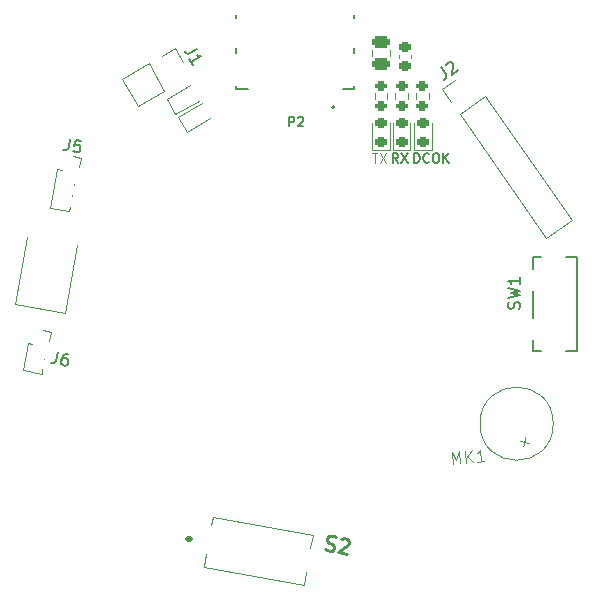
<source format=gto>
%TF.GenerationSoftware,KiCad,Pcbnew,9.0.0*%
%TF.CreationDate,2025-05-02T17:15:01+02:00*%
%TF.ProjectId,009_RGB Sound Control Light Bar Redesign_fraseross,3030395f-5247-4422-9053-6f756e642043,rev?*%
%TF.SameCoordinates,Original*%
%TF.FileFunction,Legend,Top*%
%TF.FilePolarity,Positive*%
%FSLAX46Y46*%
G04 Gerber Fmt 4.6, Leading zero omitted, Abs format (unit mm)*
G04 Created by KiCad (PCBNEW 9.0.0) date 2025-05-02 17:15:01*
%MOMM*%
%LPD*%
G01*
G04 APERTURE LIST*
G04 Aperture macros list*
%AMRoundRect*
0 Rectangle with rounded corners*
0 $1 Rounding radius*
0 $2 $3 $4 $5 $6 $7 $8 $9 X,Y pos of 4 corners*
0 Add a 4 corners polygon primitive as box body*
4,1,4,$2,$3,$4,$5,$6,$7,$8,$9,$2,$3,0*
0 Add four circle primitives for the rounded corners*
1,1,$1+$1,$2,$3*
1,1,$1+$1,$4,$5*
1,1,$1+$1,$6,$7*
1,1,$1+$1,$8,$9*
0 Add four rect primitives between the rounded corners*
20,1,$1+$1,$2,$3,$4,$5,0*
20,1,$1+$1,$4,$5,$6,$7,0*
20,1,$1+$1,$6,$7,$8,$9,0*
20,1,$1+$1,$8,$9,$2,$3,0*%
%AMHorizOval*
0 Thick line with rounded ends*
0 $1 width*
0 $2 $3 position (X,Y) of the first rounded end (center of the circle)*
0 $4 $5 position (X,Y) of the second rounded end (center of the circle)*
0 Add line between two ends*
20,1,$1,$2,$3,$4,$5,0*
0 Add two circle primitives to create the rounded ends*
1,1,$1,$2,$3*
1,1,$1,$4,$5*%
%AMRotRect*
0 Rectangle, with rotation*
0 The origin of the aperture is its center*
0 $1 length*
0 $2 width*
0 $3 Rotation angle, in degrees counterclockwise*
0 Add horizontal line*
21,1,$1,$2,0,0,$3*%
G04 Aperture macros list end*
%ADD10C,0.125000*%
%ADD11C,0.150000*%
%ADD12C,0.254000*%
%ADD13C,0.100000*%
%ADD14C,0.120000*%
%ADD15C,0.200000*%
%ADD16C,0.152400*%
%ADD17C,0.500000*%
%ADD18C,0.010000*%
%ADD19RoundRect,0.250000X-0.475000X0.250000X-0.475000X-0.250000X0.475000X-0.250000X0.475000X0.250000X0*%
%ADD20RoundRect,0.218750X0.256250X-0.218750X0.256250X0.218750X-0.256250X0.218750X-0.256250X-0.218750X0*%
%ADD21C,1.020000*%
%ADD22O,1.304000X2.004000*%
%ADD23C,0.889000*%
%ADD24R,1.193800X1.193800*%
%ADD25C,1.498600*%
%ADD26C,1.300000*%
%ADD27C,1.875000*%
%ADD28RoundRect,0.250000X0.712679X-1.141091X1.059975X0.828524X-0.712679X1.141091X-1.059975X-0.828524X0*%
%ADD29RoundRect,0.200000X-0.275000X0.200000X-0.275000X-0.200000X0.275000X-0.200000X0.275000X0.200000X0*%
%ADD30RotRect,1.700000X1.700000X300.000000*%
%ADD31HorizOval,1.700000X0.000000X0.000000X0.000000X0.000000X0*%
%ADD32RotRect,1.700000X1.700000X35.000000*%
%ADD33HorizOval,1.700000X0.000000X0.000000X0.000000X0.000000X0*%
%ADD34RoundRect,0.218750X-0.061318X-0.331294X0.317568X-0.112544X0.061318X0.331294X-0.317568X0.112544X0*%
%ADD35RotRect,0.850000X0.850000X350.000000*%
%ADD36HorizOval,0.850000X0.000000X0.000000X0.000000X0.000000X0*%
%ADD37RoundRect,0.275250X0.851116X0.502083X-0.628065X0.762903X-0.851116X-0.502083X0.628065X-0.762903X0*%
%ADD38RoundRect,0.287625X0.991664X0.506621X-0.758585X0.815237X-0.991664X-0.506621X0.758585X-0.815237X0*%
%ADD39RoundRect,0.225000X-0.250000X0.225000X-0.250000X-0.225000X0.250000X-0.225000X0.250000X0.225000X0*%
G04 APERTURE END LIST*
D10*
X137490476Y-109463595D02*
X137947619Y-109463595D01*
X137719047Y-110263595D02*
X137719047Y-109463595D01*
X138138095Y-109463595D02*
X138671429Y-110263595D01*
X138671429Y-109463595D02*
X138138095Y-110263595D01*
D11*
X130459524Y-107162295D02*
X130459524Y-106362295D01*
X130459524Y-106362295D02*
X130764286Y-106362295D01*
X130764286Y-106362295D02*
X130840476Y-106400390D01*
X130840476Y-106400390D02*
X130878571Y-106438485D01*
X130878571Y-106438485D02*
X130916667Y-106514676D01*
X130916667Y-106514676D02*
X130916667Y-106628961D01*
X130916667Y-106628961D02*
X130878571Y-106705152D01*
X130878571Y-106705152D02*
X130840476Y-106743247D01*
X130840476Y-106743247D02*
X130764286Y-106781342D01*
X130764286Y-106781342D02*
X130459524Y-106781342D01*
X131221428Y-106438485D02*
X131259524Y-106400390D01*
X131259524Y-106400390D02*
X131335714Y-106362295D01*
X131335714Y-106362295D02*
X131526190Y-106362295D01*
X131526190Y-106362295D02*
X131602381Y-106400390D01*
X131602381Y-106400390D02*
X131640476Y-106438485D01*
X131640476Y-106438485D02*
X131678571Y-106514676D01*
X131678571Y-106514676D02*
X131678571Y-106590866D01*
X131678571Y-106590866D02*
X131640476Y-106705152D01*
X131640476Y-106705152D02*
X131183333Y-107162295D01*
X131183333Y-107162295D02*
X131678571Y-107162295D01*
X149957200Y-122633332D02*
X150004819Y-122490475D01*
X150004819Y-122490475D02*
X150004819Y-122252380D01*
X150004819Y-122252380D02*
X149957200Y-122157142D01*
X149957200Y-122157142D02*
X149909580Y-122109523D01*
X149909580Y-122109523D02*
X149814342Y-122061904D01*
X149814342Y-122061904D02*
X149719104Y-122061904D01*
X149719104Y-122061904D02*
X149623866Y-122109523D01*
X149623866Y-122109523D02*
X149576247Y-122157142D01*
X149576247Y-122157142D02*
X149528628Y-122252380D01*
X149528628Y-122252380D02*
X149481009Y-122442856D01*
X149481009Y-122442856D02*
X149433390Y-122538094D01*
X149433390Y-122538094D02*
X149385771Y-122585713D01*
X149385771Y-122585713D02*
X149290533Y-122633332D01*
X149290533Y-122633332D02*
X149195295Y-122633332D01*
X149195295Y-122633332D02*
X149100057Y-122585713D01*
X149100057Y-122585713D02*
X149052438Y-122538094D01*
X149052438Y-122538094D02*
X149004819Y-122442856D01*
X149004819Y-122442856D02*
X149004819Y-122204761D01*
X149004819Y-122204761D02*
X149052438Y-122061904D01*
X149004819Y-121728570D02*
X150004819Y-121490475D01*
X150004819Y-121490475D02*
X149290533Y-121299999D01*
X149290533Y-121299999D02*
X150004819Y-121109523D01*
X150004819Y-121109523D02*
X149004819Y-120871428D01*
X150004819Y-119966666D02*
X150004819Y-120538094D01*
X150004819Y-120252380D02*
X149004819Y-120252380D01*
X149004819Y-120252380D02*
X149147676Y-120347618D01*
X149147676Y-120347618D02*
X149242914Y-120442856D01*
X149242914Y-120442856D02*
X149290533Y-120538094D01*
D12*
X133507853Y-142988010D02*
X133676024Y-143079072D01*
X133676024Y-143079072D02*
X133973811Y-143131580D01*
X133973811Y-143131580D02*
X134103427Y-143093026D01*
X134103427Y-143093026D02*
X134173486Y-143043970D01*
X134173486Y-143043970D02*
X134254047Y-142935356D01*
X134254047Y-142935356D02*
X134275050Y-142816242D01*
X134275050Y-142816242D02*
X134236496Y-142686625D01*
X134236496Y-142686625D02*
X134187440Y-142616566D01*
X134187440Y-142616566D02*
X134078826Y-142536006D01*
X134078826Y-142536006D02*
X133851098Y-142434442D01*
X133851098Y-142434442D02*
X133742485Y-142353881D01*
X133742485Y-142353881D02*
X133693429Y-142283822D01*
X133693429Y-142283822D02*
X133654875Y-142154206D01*
X133654875Y-142154206D02*
X133675878Y-142035091D01*
X133675878Y-142035091D02*
X133756439Y-141926478D01*
X133756439Y-141926478D02*
X133826498Y-141877422D01*
X133826498Y-141877422D02*
X133956114Y-141838868D01*
X133956114Y-141838868D02*
X134253901Y-141891376D01*
X134253901Y-141891376D02*
X134422072Y-141982438D01*
X134888030Y-142126008D02*
X134958089Y-142076952D01*
X134958089Y-142076952D02*
X135087705Y-142038398D01*
X135087705Y-142038398D02*
X135385492Y-142090906D01*
X135385492Y-142090906D02*
X135494106Y-142171466D01*
X135494106Y-142171466D02*
X135543162Y-142241525D01*
X135543162Y-142241525D02*
X135581716Y-142371142D01*
X135581716Y-142371142D02*
X135560713Y-142490256D01*
X135560713Y-142490256D02*
X135469650Y-142658427D01*
X135469650Y-142658427D02*
X134628942Y-143247097D01*
X134628942Y-143247097D02*
X135403189Y-143383618D01*
D11*
X122677500Y-100636227D02*
X122058911Y-100993370D01*
X122058911Y-100993370D02*
X121911383Y-101023559D01*
X121911383Y-101023559D02*
X121781286Y-100988699D01*
X121781286Y-100988699D02*
X121668618Y-100888791D01*
X121668618Y-100888791D02*
X121620999Y-100806312D01*
X122311475Y-102002252D02*
X122025761Y-101507381D01*
X122168618Y-101754817D02*
X123034643Y-101254817D01*
X123034643Y-101254817D02*
X122863306Y-101243767D01*
X122863306Y-101243767D02*
X122733209Y-101208907D01*
X122733209Y-101208907D02*
X122644350Y-101150238D01*
X141071429Y-110262295D02*
X141071429Y-109462295D01*
X141071429Y-109462295D02*
X141261905Y-109462295D01*
X141261905Y-109462295D02*
X141376191Y-109500390D01*
X141376191Y-109500390D02*
X141452381Y-109576580D01*
X141452381Y-109576580D02*
X141490476Y-109652771D01*
X141490476Y-109652771D02*
X141528572Y-109805152D01*
X141528572Y-109805152D02*
X141528572Y-109919438D01*
X141528572Y-109919438D02*
X141490476Y-110071819D01*
X141490476Y-110071819D02*
X141452381Y-110148009D01*
X141452381Y-110148009D02*
X141376191Y-110224200D01*
X141376191Y-110224200D02*
X141261905Y-110262295D01*
X141261905Y-110262295D02*
X141071429Y-110262295D01*
X142328572Y-110186104D02*
X142290476Y-110224200D01*
X142290476Y-110224200D02*
X142176191Y-110262295D01*
X142176191Y-110262295D02*
X142100000Y-110262295D01*
X142100000Y-110262295D02*
X141985714Y-110224200D01*
X141985714Y-110224200D02*
X141909524Y-110148009D01*
X141909524Y-110148009D02*
X141871429Y-110071819D01*
X141871429Y-110071819D02*
X141833333Y-109919438D01*
X141833333Y-109919438D02*
X141833333Y-109805152D01*
X141833333Y-109805152D02*
X141871429Y-109652771D01*
X141871429Y-109652771D02*
X141909524Y-109576580D01*
X141909524Y-109576580D02*
X141985714Y-109500390D01*
X141985714Y-109500390D02*
X142100000Y-109462295D01*
X142100000Y-109462295D02*
X142176191Y-109462295D01*
X142176191Y-109462295D02*
X142290476Y-109500390D01*
X142290476Y-109500390D02*
X142328572Y-109538485D01*
X142823810Y-109462295D02*
X142976191Y-109462295D01*
X142976191Y-109462295D02*
X143052381Y-109500390D01*
X143052381Y-109500390D02*
X143128572Y-109576580D01*
X143128572Y-109576580D02*
X143166667Y-109728961D01*
X143166667Y-109728961D02*
X143166667Y-109995628D01*
X143166667Y-109995628D02*
X143128572Y-110148009D01*
X143128572Y-110148009D02*
X143052381Y-110224200D01*
X143052381Y-110224200D02*
X142976191Y-110262295D01*
X142976191Y-110262295D02*
X142823810Y-110262295D01*
X142823810Y-110262295D02*
X142747619Y-110224200D01*
X142747619Y-110224200D02*
X142671429Y-110148009D01*
X142671429Y-110148009D02*
X142633333Y-109995628D01*
X142633333Y-109995628D02*
X142633333Y-109728961D01*
X142633333Y-109728961D02*
X142671429Y-109576580D01*
X142671429Y-109576580D02*
X142747619Y-109500390D01*
X142747619Y-109500390D02*
X142823810Y-109462295D01*
X143509524Y-110262295D02*
X143509524Y-109462295D01*
X143966667Y-110262295D02*
X143623809Y-109805152D01*
X143966667Y-109462295D02*
X143509524Y-109919438D01*
X139716667Y-110262295D02*
X139450000Y-109881342D01*
X139259524Y-110262295D02*
X139259524Y-109462295D01*
X139259524Y-109462295D02*
X139564286Y-109462295D01*
X139564286Y-109462295D02*
X139640476Y-109500390D01*
X139640476Y-109500390D02*
X139678571Y-109538485D01*
X139678571Y-109538485D02*
X139716667Y-109614676D01*
X139716667Y-109614676D02*
X139716667Y-109728961D01*
X139716667Y-109728961D02*
X139678571Y-109805152D01*
X139678571Y-109805152D02*
X139640476Y-109843247D01*
X139640476Y-109843247D02*
X139564286Y-109881342D01*
X139564286Y-109881342D02*
X139259524Y-109881342D01*
X139983333Y-109462295D02*
X140516667Y-110262295D01*
X140516667Y-109462295D02*
X139983333Y-110262295D01*
X143335603Y-102184368D02*
X143745300Y-102769476D01*
X143745300Y-102769476D02*
X143788232Y-102913811D01*
X143788232Y-102913811D02*
X143764844Y-103046452D01*
X143764844Y-103046452D02*
X143675136Y-103167399D01*
X143675136Y-103167399D02*
X143597121Y-103222025D01*
X143741294Y-102016564D02*
X143752989Y-101950243D01*
X143752989Y-101950243D02*
X143803690Y-101856610D01*
X143803690Y-101856610D02*
X143998726Y-101720044D01*
X143998726Y-101720044D02*
X144104054Y-101704425D01*
X144104054Y-101704425D02*
X144170374Y-101716119D01*
X144170374Y-101716119D02*
X144264008Y-101766820D01*
X144264008Y-101766820D02*
X144318634Y-101844835D01*
X144318634Y-101844835D02*
X144361566Y-101989169D01*
X144361566Y-101989169D02*
X144221237Y-102785014D01*
X144221237Y-102785014D02*
X144728331Y-102429943D01*
X111916400Y-108255218D02*
X111792365Y-108958652D01*
X111792365Y-108958652D02*
X111720663Y-109091070D01*
X111720663Y-109091070D02*
X111610334Y-109168324D01*
X111610334Y-109168324D02*
X111461378Y-109190412D01*
X111461378Y-109190412D02*
X111367587Y-109173874D01*
X112854312Y-108420598D02*
X112385356Y-108337908D01*
X112385356Y-108337908D02*
X112255771Y-108798595D01*
X112255771Y-108798595D02*
X112310935Y-108759968D01*
X112310935Y-108759968D02*
X112412996Y-108729611D01*
X112412996Y-108729611D02*
X112647474Y-108770956D01*
X112647474Y-108770956D02*
X112732996Y-108834389D01*
X112732996Y-108834389D02*
X112771623Y-108889554D01*
X112771623Y-108889554D02*
X112801980Y-108991614D01*
X112801980Y-108991614D02*
X112760635Y-109226092D01*
X112760635Y-109226092D02*
X112697202Y-109311614D01*
X112697202Y-109311614D02*
X112642037Y-109350241D01*
X112642037Y-109350241D02*
X112539977Y-109380598D01*
X112539977Y-109380598D02*
X112305499Y-109339254D01*
X112305499Y-109339254D02*
X112219977Y-109275820D01*
X112219977Y-109275820D02*
X112181350Y-109220656D01*
D13*
X144314886Y-135739989D02*
X144227730Y-134743795D01*
X144227730Y-134743795D02*
X144622049Y-135426310D01*
X144622049Y-135426310D02*
X144891860Y-134685691D01*
X144891860Y-134685691D02*
X144979015Y-135681886D01*
X145453394Y-135640383D02*
X145366238Y-134644188D01*
X146022648Y-135590580D02*
X145545904Y-135058678D01*
X145935492Y-134594385D02*
X145416041Y-135213442D01*
X146971405Y-135507574D02*
X146402151Y-135557377D01*
X146686778Y-135532476D02*
X146599622Y-134536281D01*
X146599622Y-134536281D02*
X146517197Y-134686895D01*
X146517197Y-134686895D02*
X146430622Y-134790071D01*
X146430622Y-134790071D02*
X146339896Y-134845810D01*
D11*
X110866400Y-126305218D02*
X110742365Y-127008652D01*
X110742365Y-127008652D02*
X110670663Y-127141070D01*
X110670663Y-127141070D02*
X110560334Y-127218324D01*
X110560334Y-127218324D02*
X110411378Y-127240412D01*
X110411378Y-127240412D02*
X110317587Y-127223874D01*
X111757417Y-126462329D02*
X111569834Y-126429253D01*
X111569834Y-126429253D02*
X111467774Y-126459610D01*
X111467774Y-126459610D02*
X111412609Y-126498237D01*
X111412609Y-126498237D02*
X111294011Y-126622386D01*
X111294011Y-126622386D02*
X111214040Y-126801699D01*
X111214040Y-126801699D02*
X111147888Y-127176864D01*
X111147888Y-127176864D02*
X111178246Y-127278925D01*
X111178246Y-127278925D02*
X111216872Y-127334089D01*
X111216872Y-127334089D02*
X111302395Y-127397523D01*
X111302395Y-127397523D02*
X111489977Y-127430598D01*
X111489977Y-127430598D02*
X111592037Y-127400241D01*
X111592037Y-127400241D02*
X111647202Y-127361614D01*
X111647202Y-127361614D02*
X111710635Y-127276092D01*
X111710635Y-127276092D02*
X111751980Y-127041614D01*
X111751980Y-127041614D02*
X111721623Y-126939554D01*
X111721623Y-126939554D02*
X111682996Y-126884389D01*
X111682996Y-126884389D02*
X111597474Y-126820956D01*
X111597474Y-126820956D02*
X111409891Y-126787880D01*
X111409891Y-126787880D02*
X111307831Y-126818237D01*
X111307831Y-126818237D02*
X111252666Y-126856864D01*
X111252666Y-126856864D02*
X111189233Y-126942386D01*
D14*
%TO.C,C8*%
X137515000Y-100718748D02*
X137515000Y-101241252D01*
X138985000Y-100718748D02*
X138985000Y-101241252D01*
%TO.C,TX*%
X137515000Y-106900000D02*
X137515001Y-109185001D01*
X137515001Y-109185001D02*
X138985001Y-109185000D01*
X138985001Y-109185000D02*
X138984999Y-106900000D01*
D15*
%TO.C,P2*%
X126000000Y-98000000D02*
X126000000Y-97750000D01*
X126000000Y-100950000D02*
X126000000Y-100550000D01*
X126000000Y-104000000D02*
X126000000Y-103750000D01*
X127000000Y-104000000D02*
X126000000Y-104000000D01*
X135000000Y-104000000D02*
X136000000Y-104000000D01*
X136000000Y-98000000D02*
X136000000Y-97750000D01*
X136000000Y-100950000D02*
X136000000Y-100550000D01*
X136000000Y-104000000D02*
X136000000Y-103750000D01*
X134300000Y-105550000D02*
G75*
G02*
X134100000Y-105550000I-100000J0D01*
G01*
X134100000Y-105550000D02*
G75*
G02*
X134300000Y-105550000I100000J0D01*
G01*
D16*
%TO.C,SW1*%
X151120400Y-118274900D02*
X151120400Y-119220362D01*
X151120400Y-121079642D02*
X151120400Y-123420358D01*
X151120400Y-125279638D02*
X151120400Y-126225100D01*
X151120400Y-126225100D02*
X151789032Y-126225100D01*
X151789032Y-118274900D02*
X151120400Y-118274900D01*
X153905766Y-126225100D02*
X154879600Y-126225100D01*
X154879600Y-118274900D02*
X153905766Y-118274900D01*
X154879600Y-126225100D02*
X154879600Y-118274900D01*
D17*
%TO.C,S2*%
X121941154Y-142108110D02*
X121941154Y-142108110D01*
X122039635Y-142125474D02*
X122039635Y-142125474D01*
D13*
X123241983Y-144520650D02*
X131711328Y-146014023D01*
X123268030Y-144372929D02*
X123241983Y-144520650D01*
X123441681Y-143388121D02*
X123268030Y-144372929D01*
X123875797Y-140926100D02*
X123988669Y-140285976D01*
X123988669Y-140285976D02*
X132458019Y-141779350D01*
X131711328Y-146014023D02*
X131911026Y-144881494D01*
X132458019Y-141779350D02*
X132258323Y-142911879D01*
D17*
X121941154Y-142108110D02*
G75*
G02*
X122039636Y-142125474I49241J-8681D01*
G01*
X122039635Y-142125474D02*
G75*
G02*
X121941155Y-142108110I-49240J8683D01*
G01*
D14*
%TO.C,D4*%
X107247110Y-122231053D02*
X108256007Y-116509318D01*
X107247110Y-122231053D02*
X111481786Y-122977738D01*
X111481786Y-122977738D02*
X112490682Y-117256007D01*
%TO.C,R12*%
X139477500Y-104362742D02*
X139477500Y-104837258D01*
X140522500Y-104362742D02*
X140522500Y-104837258D01*
%TO.C,J1*%
X116337671Y-103145683D02*
X117667660Y-105449307D01*
X118589332Y-101845672D02*
X116337671Y-103145683D01*
X118589332Y-101845672D02*
X119919329Y-104149317D01*
X119689179Y-101210685D02*
X120840989Y-100545694D01*
X119919329Y-104149317D02*
X117667660Y-105449307D01*
X120840989Y-100545694D02*
X121505997Y-101697497D01*
%TO.C,DCOK*%
X141065000Y-106912499D02*
X141065001Y-109197500D01*
X141065001Y-109197500D02*
X142535001Y-109197499D01*
X142535001Y-109197499D02*
X142534999Y-106912499D01*
%TO.C,RX*%
X139265000Y-106900000D02*
X139265001Y-109185001D01*
X139265001Y-109185001D02*
X140735001Y-109185000D01*
X140735001Y-109185000D02*
X140734999Y-106900000D01*
%TO.C,J2*%
X143405461Y-104021770D02*
X144494933Y-103258914D01*
X144168318Y-105111243D02*
X143405461Y-104021770D01*
X144896760Y-106151566D02*
X147075704Y-104625852D01*
X144896760Y-106151566D02*
X152215595Y-116603945D01*
X147075704Y-104625852D02*
X154394540Y-115078232D01*
X152215595Y-116603945D02*
X154394540Y-115078232D01*
%TO.C,D3*%
X121096452Y-106355971D02*
X121831452Y-107629029D01*
X121831452Y-107629029D02*
X123810320Y-106486529D01*
X123075320Y-105213471D02*
X121096452Y-106355971D01*
%TO.C,D1*%
X120096452Y-104855971D02*
X120831452Y-106129029D01*
X120831452Y-106129029D02*
X122810320Y-104986529D01*
X122075320Y-103713471D02*
X120096452Y-104855971D01*
%TO.C,J5*%
X110255112Y-114061104D02*
X111850501Y-114342415D01*
X110829887Y-110801391D02*
X110255112Y-114061104D01*
X110829887Y-110801391D02*
X111238583Y-110873455D01*
X111913726Y-113983844D02*
X111850501Y-114342415D01*
X112087373Y-112999037D02*
X112068585Y-113105597D01*
X112140655Y-109702305D02*
X112815249Y-109821255D01*
X112261023Y-112014229D02*
X112242233Y-112120789D01*
X112815249Y-109821255D02*
X112674593Y-110618949D01*
%TO.C,R10*%
X137737500Y-104362742D02*
X137737500Y-104837258D01*
X138782500Y-104362742D02*
X138782500Y-104837258D01*
%TO.C,R8*%
X141227500Y-104362742D02*
X141227500Y-104837258D01*
X142272500Y-104362742D02*
X142272500Y-104837258D01*
D13*
%TO.C,MK1*%
X149981932Y-133814036D02*
X150769778Y-133952954D01*
X150323760Y-134178937D02*
X150306395Y-134277418D01*
X150323760Y-134178937D02*
X150445314Y-133489572D01*
X152832635Y-132348481D02*
G75*
G02*
X146632635Y-132348481I-3100000J0D01*
G01*
X146632635Y-132348481D02*
G75*
G02*
X152832635Y-132348481I3100000J0D01*
G01*
D14*
%TO.C,J6*%
X107928760Y-127826297D02*
X109524149Y-128107607D01*
X108329887Y-125551391D02*
X107928760Y-127826297D01*
X108329887Y-125551391D02*
X108738583Y-125623455D01*
X109587374Y-127749037D02*
X109524149Y-128107607D01*
X109640655Y-124452305D02*
X110315249Y-124571255D01*
X109761023Y-126764229D02*
X109742233Y-126870789D01*
X110315249Y-124571255D02*
X110174593Y-125368949D01*
%TO.C,C7*%
X139790000Y-101109420D02*
X139790000Y-101390580D01*
X140810000Y-101109420D02*
X140810000Y-101390580D01*
%TD*%
%LPC*%
D18*
%TO.C,P2*%
X128150000Y-105050000D02*
X127450000Y-105050000D01*
X127450000Y-103400000D01*
X128150000Y-103400000D01*
X128150000Y-105050000D01*
G36*
X128150000Y-105050000D02*
G01*
X127450000Y-105050000D01*
X127450000Y-103400000D01*
X128150000Y-103400000D01*
X128150000Y-105050000D01*
G37*
X128950000Y-105050000D02*
X128250000Y-105050000D01*
X128250000Y-103400000D01*
X128950000Y-103400000D01*
X128950000Y-105050000D01*
G36*
X128950000Y-105050000D02*
G01*
X128250000Y-105050000D01*
X128250000Y-103400000D01*
X128950000Y-103400000D01*
X128950000Y-105050000D01*
G37*
X129450000Y-105050000D02*
X129050000Y-105050000D01*
X129050000Y-103400000D01*
X129450000Y-103400000D01*
X129450000Y-105050000D01*
G36*
X129450000Y-105050000D02*
G01*
X129050000Y-105050000D01*
X129050000Y-103400000D01*
X129450000Y-103400000D01*
X129450000Y-105050000D01*
G37*
X129950000Y-105050000D02*
X129550000Y-105050000D01*
X129550000Y-103400000D01*
X129950000Y-103400000D01*
X129950000Y-105050000D01*
G36*
X129950000Y-105050000D02*
G01*
X129550000Y-105050000D01*
X129550000Y-103400000D01*
X129950000Y-103400000D01*
X129950000Y-105050000D01*
G37*
X130450000Y-105050000D02*
X130050000Y-105050000D01*
X130050000Y-103400000D01*
X130450000Y-103400000D01*
X130450000Y-105050000D01*
G36*
X130450000Y-105050000D02*
G01*
X130050000Y-105050000D01*
X130050000Y-103400000D01*
X130450000Y-103400000D01*
X130450000Y-105050000D01*
G37*
X130950000Y-105050000D02*
X130550000Y-105050000D01*
X130550000Y-103400000D01*
X130950000Y-103400000D01*
X130950000Y-105050000D01*
G36*
X130950000Y-105050000D02*
G01*
X130550000Y-105050000D01*
X130550000Y-103400000D01*
X130950000Y-103400000D01*
X130950000Y-105050000D01*
G37*
X131450000Y-105050000D02*
X131050000Y-105050000D01*
X131050000Y-103400000D01*
X131450000Y-103400000D01*
X131450000Y-105050000D01*
G36*
X131450000Y-105050000D02*
G01*
X131050000Y-105050000D01*
X131050000Y-103400000D01*
X131450000Y-103400000D01*
X131450000Y-105050000D01*
G37*
X131950000Y-105050000D02*
X131550000Y-105050000D01*
X131550000Y-103400000D01*
X131950000Y-103400000D01*
X131950000Y-105050000D01*
G36*
X131950000Y-105050000D02*
G01*
X131550000Y-105050000D01*
X131550000Y-103400000D01*
X131950000Y-103400000D01*
X131950000Y-105050000D01*
G37*
X132450000Y-105050000D02*
X132050000Y-105050000D01*
X132050000Y-103400000D01*
X132450000Y-103400000D01*
X132450000Y-105050000D01*
G36*
X132450000Y-105050000D02*
G01*
X132050000Y-105050000D01*
X132050000Y-103400000D01*
X132450000Y-103400000D01*
X132450000Y-105050000D01*
G37*
X132950000Y-105050000D02*
X132550000Y-105050000D01*
X132550000Y-103400000D01*
X132950000Y-103400000D01*
X132950000Y-105050000D01*
G36*
X132950000Y-105050000D02*
G01*
X132550000Y-105050000D01*
X132550000Y-103400000D01*
X132950000Y-103400000D01*
X132950000Y-105050000D01*
G37*
X133750000Y-105050000D02*
X133050000Y-105050000D01*
X133050000Y-103400000D01*
X133750000Y-103400000D01*
X133750000Y-105050000D01*
G36*
X133750000Y-105050000D02*
G01*
X133050000Y-105050000D01*
X133050000Y-103400000D01*
X133750000Y-103400000D01*
X133750000Y-105050000D01*
G37*
X134550000Y-105050000D02*
X133850000Y-105050000D01*
X133850000Y-103400000D01*
X134550000Y-103400000D01*
X134550000Y-105050000D01*
G36*
X134550000Y-105050000D02*
G01*
X133850000Y-105050000D01*
X133850000Y-103400000D01*
X134550000Y-103400000D01*
X134550000Y-105050000D01*
G37*
X126139000Y-98251000D02*
X126173000Y-98254000D01*
X126207000Y-98258000D01*
X126240000Y-98264000D01*
X126273000Y-98272000D01*
X126306000Y-98282000D01*
X126338000Y-98293000D01*
X126369000Y-98306000D01*
X126400000Y-98321000D01*
X126430000Y-98337000D01*
X126459000Y-98355000D01*
X126487000Y-98374000D01*
X126514000Y-98395000D01*
X126540000Y-98417000D01*
X126565000Y-98440000D01*
X126588000Y-98465000D01*
X126610000Y-98491000D01*
X126631000Y-98518000D01*
X126650000Y-98546000D01*
X126668000Y-98575000D01*
X126684000Y-98605000D01*
X126699000Y-98636000D01*
X126712000Y-98667000D01*
X126723000Y-98699000D01*
X126733000Y-98732000D01*
X126741000Y-98765000D01*
X126747000Y-98798000D01*
X126751000Y-98832000D01*
X126754000Y-98866000D01*
X126755000Y-98900000D01*
X126755000Y-99250000D01*
X126755000Y-99600000D01*
X126754000Y-99634000D01*
X126751000Y-99668000D01*
X126747000Y-99702000D01*
X126741000Y-99735000D01*
X126733000Y-99768000D01*
X126723000Y-99801000D01*
X126712000Y-99833000D01*
X126699000Y-99864000D01*
X126684000Y-99895000D01*
X126668000Y-99925000D01*
X126650000Y-99954000D01*
X126631000Y-99982000D01*
X126610000Y-100009000D01*
X126588000Y-100035000D01*
X126565000Y-100060000D01*
X126540000Y-100083000D01*
X126514000Y-100105000D01*
X126487000Y-100126000D01*
X126459000Y-100145000D01*
X126430000Y-100163000D01*
X126400000Y-100179000D01*
X126369000Y-100194000D01*
X126338000Y-100207000D01*
X126306000Y-100218000D01*
X126273000Y-100228000D01*
X126240000Y-100236000D01*
X126207000Y-100242000D01*
X126173000Y-100246000D01*
X126139000Y-100249000D01*
X126105000Y-100250000D01*
X126071000Y-100249000D01*
X126037000Y-100246000D01*
X126003000Y-100242000D01*
X125970000Y-100236000D01*
X125937000Y-100228000D01*
X125904000Y-100218000D01*
X125872000Y-100207000D01*
X125841000Y-100194000D01*
X125810000Y-100179000D01*
X125780000Y-100163000D01*
X125751000Y-100145000D01*
X125723000Y-100126000D01*
X125696000Y-100105000D01*
X125670000Y-100083000D01*
X125645000Y-100060000D01*
X125622000Y-100035000D01*
X125600000Y-100009000D01*
X125579000Y-99982000D01*
X125560000Y-99954000D01*
X125542000Y-99925000D01*
X125526000Y-99895000D01*
X125511000Y-99864000D01*
X125498000Y-99833000D01*
X125487000Y-99801000D01*
X125477000Y-99768000D01*
X125469000Y-99735000D01*
X125463000Y-99702000D01*
X125459000Y-99668000D01*
X125456000Y-99634000D01*
X125455000Y-99600000D01*
X125455000Y-99250000D01*
X125455000Y-98900000D01*
X125456000Y-98866000D01*
X125459000Y-98832000D01*
X125463000Y-98798000D01*
X125469000Y-98765000D01*
X125477000Y-98732000D01*
X125487000Y-98699000D01*
X125498000Y-98667000D01*
X125511000Y-98636000D01*
X125526000Y-98605000D01*
X125542000Y-98575000D01*
X125560000Y-98546000D01*
X125579000Y-98518000D01*
X125600000Y-98491000D01*
X125622000Y-98465000D01*
X125645000Y-98440000D01*
X125670000Y-98417000D01*
X125696000Y-98395000D01*
X125723000Y-98374000D01*
X125751000Y-98355000D01*
X125780000Y-98337000D01*
X125810000Y-98321000D01*
X125841000Y-98306000D01*
X125872000Y-98293000D01*
X125904000Y-98282000D01*
X125937000Y-98272000D01*
X125970000Y-98264000D01*
X126003000Y-98258000D01*
X126037000Y-98254000D01*
X126071000Y-98251000D01*
X126105000Y-98250000D01*
X126139000Y-98251000D01*
G36*
X126139000Y-98251000D02*
G01*
X126173000Y-98254000D01*
X126207000Y-98258000D01*
X126240000Y-98264000D01*
X126273000Y-98272000D01*
X126306000Y-98282000D01*
X126338000Y-98293000D01*
X126369000Y-98306000D01*
X126400000Y-98321000D01*
X126430000Y-98337000D01*
X126459000Y-98355000D01*
X126487000Y-98374000D01*
X126514000Y-98395000D01*
X126540000Y-98417000D01*
X126565000Y-98440000D01*
X126588000Y-98465000D01*
X126610000Y-98491000D01*
X126631000Y-98518000D01*
X126650000Y-98546000D01*
X126668000Y-98575000D01*
X126684000Y-98605000D01*
X126699000Y-98636000D01*
X126712000Y-98667000D01*
X126723000Y-98699000D01*
X126733000Y-98732000D01*
X126741000Y-98765000D01*
X126747000Y-98798000D01*
X126751000Y-98832000D01*
X126754000Y-98866000D01*
X126755000Y-98900000D01*
X126755000Y-99250000D01*
X126755000Y-99600000D01*
X126754000Y-99634000D01*
X126751000Y-99668000D01*
X126747000Y-99702000D01*
X126741000Y-99735000D01*
X126733000Y-99768000D01*
X126723000Y-99801000D01*
X126712000Y-99833000D01*
X126699000Y-99864000D01*
X126684000Y-99895000D01*
X126668000Y-99925000D01*
X126650000Y-99954000D01*
X126631000Y-99982000D01*
X126610000Y-100009000D01*
X126588000Y-100035000D01*
X126565000Y-100060000D01*
X126540000Y-100083000D01*
X126514000Y-100105000D01*
X126487000Y-100126000D01*
X126459000Y-100145000D01*
X126430000Y-100163000D01*
X126400000Y-100179000D01*
X126369000Y-100194000D01*
X126338000Y-100207000D01*
X126306000Y-100218000D01*
X126273000Y-100228000D01*
X126240000Y-100236000D01*
X126207000Y-100242000D01*
X126173000Y-100246000D01*
X126139000Y-100249000D01*
X126105000Y-100250000D01*
X126071000Y-100249000D01*
X126037000Y-100246000D01*
X126003000Y-100242000D01*
X125970000Y-100236000D01*
X125937000Y-100228000D01*
X125904000Y-100218000D01*
X125872000Y-100207000D01*
X125841000Y-100194000D01*
X125810000Y-100179000D01*
X125780000Y-100163000D01*
X125751000Y-100145000D01*
X125723000Y-100126000D01*
X125696000Y-100105000D01*
X125670000Y-100083000D01*
X125645000Y-100060000D01*
X125622000Y-100035000D01*
X125600000Y-100009000D01*
X125579000Y-99982000D01*
X125560000Y-99954000D01*
X125542000Y-99925000D01*
X125526000Y-99895000D01*
X125511000Y-99864000D01*
X125498000Y-99833000D01*
X125487000Y-99801000D01*
X125477000Y-99768000D01*
X125469000Y-99735000D01*
X125463000Y-99702000D01*
X125459000Y-99668000D01*
X125456000Y-99634000D01*
X125455000Y-99600000D01*
X125455000Y-99250000D01*
X125455000Y-98900000D01*
X125456000Y-98866000D01*
X125459000Y-98832000D01*
X125463000Y-98798000D01*
X125469000Y-98765000D01*
X125477000Y-98732000D01*
X125487000Y-98699000D01*
X125498000Y-98667000D01*
X125511000Y-98636000D01*
X125526000Y-98605000D01*
X125542000Y-98575000D01*
X125560000Y-98546000D01*
X125579000Y-98518000D01*
X125600000Y-98491000D01*
X125622000Y-98465000D01*
X125645000Y-98440000D01*
X125670000Y-98417000D01*
X125696000Y-98395000D01*
X125723000Y-98374000D01*
X125751000Y-98355000D01*
X125780000Y-98337000D01*
X125810000Y-98321000D01*
X125841000Y-98306000D01*
X125872000Y-98293000D01*
X125904000Y-98282000D01*
X125937000Y-98272000D01*
X125970000Y-98264000D01*
X126003000Y-98258000D01*
X126037000Y-98254000D01*
X126071000Y-98251000D01*
X126105000Y-98250000D01*
X126139000Y-98251000D01*
G37*
X135929000Y-98251000D02*
X135963000Y-98254000D01*
X135997000Y-98258000D01*
X136030000Y-98264000D01*
X136063000Y-98272000D01*
X136096000Y-98282000D01*
X136128000Y-98293000D01*
X136159000Y-98306000D01*
X136190000Y-98321000D01*
X136220000Y-98337000D01*
X136249000Y-98355000D01*
X136277000Y-98374000D01*
X136304000Y-98395000D01*
X136330000Y-98417000D01*
X136355000Y-98440000D01*
X136378000Y-98465000D01*
X136400000Y-98491000D01*
X136421000Y-98518000D01*
X136440000Y-98546000D01*
X136458000Y-98575000D01*
X136474000Y-98605000D01*
X136489000Y-98636000D01*
X136502000Y-98667000D01*
X136513000Y-98699000D01*
X136523000Y-98732000D01*
X136531000Y-98765000D01*
X136537000Y-98798000D01*
X136541000Y-98832000D01*
X136544000Y-98866000D01*
X136545000Y-98900000D01*
X136545000Y-99250000D01*
X136545000Y-99600000D01*
X136544000Y-99634000D01*
X136541000Y-99668000D01*
X136537000Y-99702000D01*
X136531000Y-99735000D01*
X136523000Y-99768000D01*
X136513000Y-99801000D01*
X136502000Y-99833000D01*
X136489000Y-99864000D01*
X136474000Y-99895000D01*
X136458000Y-99925000D01*
X136440000Y-99954000D01*
X136421000Y-99982000D01*
X136400000Y-100009000D01*
X136378000Y-100035000D01*
X136355000Y-100060000D01*
X136330000Y-100083000D01*
X136304000Y-100105000D01*
X136277000Y-100126000D01*
X136249000Y-100145000D01*
X136220000Y-100163000D01*
X136190000Y-100179000D01*
X136159000Y-100194000D01*
X136128000Y-100207000D01*
X136096000Y-100218000D01*
X136063000Y-100228000D01*
X136030000Y-100236000D01*
X135997000Y-100242000D01*
X135963000Y-100246000D01*
X135929000Y-100249000D01*
X135895000Y-100250000D01*
X135861000Y-100249000D01*
X135827000Y-100246000D01*
X135793000Y-100242000D01*
X135760000Y-100236000D01*
X135727000Y-100228000D01*
X135694000Y-100218000D01*
X135662000Y-100207000D01*
X135631000Y-100194000D01*
X135600000Y-100179000D01*
X135570000Y-100163000D01*
X135541000Y-100145000D01*
X135513000Y-100126000D01*
X135486000Y-100105000D01*
X135460000Y-100083000D01*
X135435000Y-100060000D01*
X135412000Y-100035000D01*
X135390000Y-100009000D01*
X135369000Y-99982000D01*
X135350000Y-99954000D01*
X135332000Y-99925000D01*
X135316000Y-99895000D01*
X135301000Y-99864000D01*
X135288000Y-99833000D01*
X135277000Y-99801000D01*
X135267000Y-99768000D01*
X135259000Y-99735000D01*
X135253000Y-99702000D01*
X135249000Y-99668000D01*
X135246000Y-99634000D01*
X135245000Y-99600000D01*
X135245000Y-99250000D01*
X135245000Y-98900000D01*
X135246000Y-98866000D01*
X135249000Y-98832000D01*
X135253000Y-98798000D01*
X135259000Y-98765000D01*
X135267000Y-98732000D01*
X135277000Y-98699000D01*
X135288000Y-98667000D01*
X135301000Y-98636000D01*
X135316000Y-98605000D01*
X135332000Y-98575000D01*
X135350000Y-98546000D01*
X135369000Y-98518000D01*
X135390000Y-98491000D01*
X135412000Y-98465000D01*
X135435000Y-98440000D01*
X135460000Y-98417000D01*
X135486000Y-98395000D01*
X135513000Y-98374000D01*
X135541000Y-98355000D01*
X135570000Y-98337000D01*
X135600000Y-98321000D01*
X135631000Y-98306000D01*
X135662000Y-98293000D01*
X135694000Y-98282000D01*
X135727000Y-98272000D01*
X135760000Y-98264000D01*
X135793000Y-98258000D01*
X135827000Y-98254000D01*
X135861000Y-98251000D01*
X135895000Y-98250000D01*
X135929000Y-98251000D01*
G36*
X135929000Y-98251000D02*
G01*
X135963000Y-98254000D01*
X135997000Y-98258000D01*
X136030000Y-98264000D01*
X136063000Y-98272000D01*
X136096000Y-98282000D01*
X136128000Y-98293000D01*
X136159000Y-98306000D01*
X136190000Y-98321000D01*
X136220000Y-98337000D01*
X136249000Y-98355000D01*
X136277000Y-98374000D01*
X136304000Y-98395000D01*
X136330000Y-98417000D01*
X136355000Y-98440000D01*
X136378000Y-98465000D01*
X136400000Y-98491000D01*
X136421000Y-98518000D01*
X136440000Y-98546000D01*
X136458000Y-98575000D01*
X136474000Y-98605000D01*
X136489000Y-98636000D01*
X136502000Y-98667000D01*
X136513000Y-98699000D01*
X136523000Y-98732000D01*
X136531000Y-98765000D01*
X136537000Y-98798000D01*
X136541000Y-98832000D01*
X136544000Y-98866000D01*
X136545000Y-98900000D01*
X136545000Y-99250000D01*
X136545000Y-99600000D01*
X136544000Y-99634000D01*
X136541000Y-99668000D01*
X136537000Y-99702000D01*
X136531000Y-99735000D01*
X136523000Y-99768000D01*
X136513000Y-99801000D01*
X136502000Y-99833000D01*
X136489000Y-99864000D01*
X136474000Y-99895000D01*
X136458000Y-99925000D01*
X136440000Y-99954000D01*
X136421000Y-99982000D01*
X136400000Y-100009000D01*
X136378000Y-100035000D01*
X136355000Y-100060000D01*
X136330000Y-100083000D01*
X136304000Y-100105000D01*
X136277000Y-100126000D01*
X136249000Y-100145000D01*
X136220000Y-100163000D01*
X136190000Y-100179000D01*
X136159000Y-100194000D01*
X136128000Y-100207000D01*
X136096000Y-100218000D01*
X136063000Y-100228000D01*
X136030000Y-100236000D01*
X135997000Y-100242000D01*
X135963000Y-100246000D01*
X135929000Y-100249000D01*
X135895000Y-100250000D01*
X135861000Y-100249000D01*
X135827000Y-100246000D01*
X135793000Y-100242000D01*
X135760000Y-100236000D01*
X135727000Y-100228000D01*
X135694000Y-100218000D01*
X135662000Y-100207000D01*
X135631000Y-100194000D01*
X135600000Y-100179000D01*
X135570000Y-100163000D01*
X135541000Y-100145000D01*
X135513000Y-100126000D01*
X135486000Y-100105000D01*
X135460000Y-100083000D01*
X135435000Y-100060000D01*
X135412000Y-100035000D01*
X135390000Y-100009000D01*
X135369000Y-99982000D01*
X135350000Y-99954000D01*
X135332000Y-99925000D01*
X135316000Y-99895000D01*
X135301000Y-99864000D01*
X135288000Y-99833000D01*
X135277000Y-99801000D01*
X135267000Y-99768000D01*
X135259000Y-99735000D01*
X135253000Y-99702000D01*
X135249000Y-99668000D01*
X135246000Y-99634000D01*
X135245000Y-99600000D01*
X135245000Y-99250000D01*
X135245000Y-98900000D01*
X135246000Y-98866000D01*
X135249000Y-98832000D01*
X135253000Y-98798000D01*
X135259000Y-98765000D01*
X135267000Y-98732000D01*
X135277000Y-98699000D01*
X135288000Y-98667000D01*
X135301000Y-98636000D01*
X135316000Y-98605000D01*
X135332000Y-98575000D01*
X135350000Y-98546000D01*
X135369000Y-98518000D01*
X135390000Y-98491000D01*
X135412000Y-98465000D01*
X135435000Y-98440000D01*
X135460000Y-98417000D01*
X135486000Y-98395000D01*
X135513000Y-98374000D01*
X135541000Y-98355000D01*
X135570000Y-98337000D01*
X135600000Y-98321000D01*
X135631000Y-98306000D01*
X135662000Y-98293000D01*
X135694000Y-98282000D01*
X135727000Y-98272000D01*
X135760000Y-98264000D01*
X135793000Y-98258000D01*
X135827000Y-98254000D01*
X135861000Y-98251000D01*
X135895000Y-98250000D01*
X135929000Y-98251000D01*
G37*
%TD*%
D19*
%TO.C,C8*%
X138250000Y-100030000D03*
X138250000Y-101930000D03*
%TD*%
D20*
%TO.C,TX*%
X138250000Y-108487501D03*
X138250000Y-106912499D03*
%TD*%
D21*
%TO.C,P2*%
X134250000Y-102150000D03*
X127750000Y-102150000D03*
D22*
X135895000Y-102250000D03*
X126105000Y-102250000D03*
%TD*%
D23*
%TO.C,SW1*%
X152547400Y-123400000D03*
X152547400Y-121100000D03*
D24*
X151247400Y-124349998D03*
X151247400Y-120150002D03*
D25*
X152847399Y-126000000D03*
X152847399Y-118500000D03*
%TD*%
D26*
%TO.C,S2*%
X125880385Y-142802703D03*
X127850000Y-143150000D03*
X129819616Y-143497296D03*
D27*
X123812289Y-142438042D03*
X131887713Y-143861957D03*
%TD*%
D28*
%TO.C,D4*%
X109626657Y-121117337D03*
X110373343Y-116882663D03*
%TD*%
D29*
%TO.C,R12*%
X140000000Y-103775000D03*
X140000000Y-105425000D03*
%TD*%
D30*
%TO.C,J1*%
X120354182Y-102362500D03*
D31*
X118154475Y-103632502D03*
%TD*%
D20*
%TO.C,DCOK*%
X141800000Y-108500000D03*
X141800000Y-106924998D03*
%TD*%
%TO.C,RX*%
X140000000Y-108487501D03*
X140000000Y-106912499D03*
%TD*%
D32*
%TO.C,J2*%
X145257790Y-104348386D03*
D33*
X146714674Y-106429034D03*
X148171558Y-108509678D03*
X149628442Y-110590325D03*
X151085327Y-112670971D03*
X152542211Y-114751617D03*
%TD*%
D34*
%TO.C,D3*%
X122068005Y-106643750D03*
X123431995Y-105856250D03*
%TD*%
%TO.C,D1*%
X121068005Y-105143750D03*
X122431995Y-104356250D03*
%TD*%
D35*
%TO.C,J5*%
X112000000Y-110500000D03*
D36*
X111826352Y-111484808D03*
X111652704Y-112469615D03*
X111479054Y-113454423D03*
%TD*%
D29*
%TO.C,R10*%
X138260000Y-103775000D03*
X138260000Y-105425000D03*
%TD*%
%TO.C,R8*%
X141750000Y-103775000D03*
X141750000Y-105425000D03*
%TD*%
D37*
%TO.C,MK1*%
X148440969Y-133339237D03*
D38*
X149054686Y-131010428D03*
%TD*%
D35*
%TO.C,J6*%
X109500000Y-125250000D03*
D36*
X109326352Y-126234808D03*
X109152704Y-127219615D03*
%TD*%
D39*
%TO.C,C7*%
X140300000Y-100475000D03*
X140300000Y-102025000D03*
%TD*%
%LPD*%
M02*

</source>
